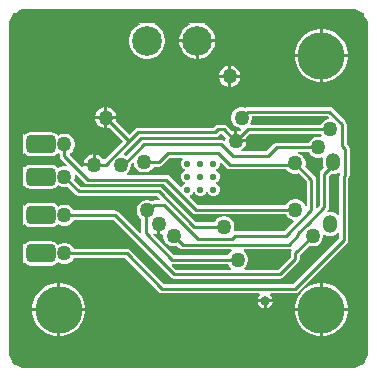
<source format=gbl>
G04*
G04 #@! TF.GenerationSoftware,Altium Limited,Altium Designer,22.6.1 (34)*
G04*
G04 Layer_Physical_Order=2*
G04 Layer_Color=16711680*
%FSLAX44Y44*%
%MOMM*%
G71*
G04*
G04 #@! TF.SameCoordinates,4B676402-AEF7-43F9-94C9-A96E2D6DE339*
G04*
G04*
G04 #@! TF.FilePolarity,Positive*
G04*
G01*
G75*
%ADD12C,0.2540*%
%ADD13C,1.2000*%
%ADD58C,2.5240*%
%ADD59O,1.2240X1.5240*%
%ADD60O,1.2400X1.5240*%
G04:AMPARAMS|DCode=61|XSize=2.524mm|YSize=1.524mm|CornerRadius=0.381mm|HoleSize=0mm|Usage=FLASHONLY|Rotation=0.000|XOffset=0mm|YOffset=0mm|HoleType=Round|Shape=RoundedRectangle|*
%AMROUNDEDRECTD61*
21,1,2.5240,0.7620,0,0,0.0*
21,1,1.7620,1.5240,0,0,0.0*
1,1,0.7620,0.8810,-0.3810*
1,1,0.7620,-0.8810,-0.3810*
1,1,0.7620,-0.8810,0.3810*
1,1,0.7620,0.8810,0.3810*
%
%ADD61ROUNDEDRECTD61*%
%ADD62C,4.0000*%
%ADD63C,1.2700*%
%ADD64C,0.8000*%
%ADD65C,0.5500*%
G36*
X280000D02*
X0D01*
Y76739D01*
X1270Y77124D01*
X1612Y76612D01*
X3713Y75209D01*
X6190Y74716D01*
X23810D01*
X26288Y75209D01*
X28388Y76612D01*
X29218Y77854D01*
X29542Y77886D01*
X31569Y76716D01*
X33830Y76110D01*
X36171D01*
X38432Y76716D01*
X40459Y77886D01*
X42114Y79542D01*
X43023Y81115D01*
X85891D01*
X114753Y52253D01*
X116013Y51411D01*
X117500Y51115D01*
X200070D01*
X200597Y49845D01*
X199767Y49016D01*
X198906Y47524D01*
X198570Y46270D01*
X211430D01*
X211094Y47524D01*
X210233Y49016D01*
X209403Y49845D01*
X209930Y51115D01*
X230000D01*
X231487Y51411D01*
X232747Y52253D01*
X274177Y93683D01*
X275019Y94944D01*
X275315Y96430D01*
Y148459D01*
X276019Y149513D01*
X276315Y151000D01*
Y173734D01*
X276019Y175221D01*
X275177Y176481D01*
X274045Y177614D01*
Y194208D01*
X273749Y195695D01*
X272907Y196955D01*
X262115Y207747D01*
X260855Y208589D01*
X259368Y208885D01*
X190000D01*
X189261Y208737D01*
X188514Y208589D01*
X188514Y208589D01*
X188514Y208589D01*
X188165Y208356D01*
X186170Y208890D01*
X183829D01*
X181569Y208284D01*
X179541Y207114D01*
X177886Y205459D01*
X176716Y203431D01*
X176110Y201171D01*
Y198830D01*
X176716Y196569D01*
X177886Y194541D01*
X179541Y192886D01*
X181569Y191716D01*
X183829Y191110D01*
X183957D01*
X184443Y189937D01*
X183360Y188854D01*
X181270Y189414D01*
Y181820D01*
X188864D01*
X188536Y183042D01*
X191609Y186115D01*
X251978D01*
X252747Y184782D01*
X252367Y184047D01*
X251975Y183674D01*
X251170Y183890D01*
X248830D01*
X246569Y183284D01*
X244541Y182114D01*
X242886Y180459D01*
X241978Y178885D01*
X215000D01*
X213513Y178589D01*
X213513Y178589D01*
X213513Y178589D01*
X212253Y177747D01*
X205891Y171384D01*
X184445D01*
X184104Y172654D01*
X185459Y173436D01*
X187114Y175092D01*
X188284Y177119D01*
X188864Y179280D01*
X180000D01*
Y180550D01*
X178730D01*
Y189414D01*
X176640Y188854D01*
X172747Y192747D01*
X171487Y193589D01*
X170000Y193885D01*
X165000D01*
X163513Y193589D01*
X162253Y192747D01*
X160891Y191385D01*
X97500D01*
X96013Y191089D01*
X94753Y190247D01*
X90000Y185494D01*
X78419Y197074D01*
X78863Y198730D01*
X71270D01*
Y191137D01*
X72926Y191581D01*
X84506Y180000D01*
X69087Y164581D01*
X67500Y164790D01*
X67114Y165459D01*
X65458Y167114D01*
X63431Y168284D01*
X61270Y168864D01*
Y160000D01*
X60000D01*
Y158730D01*
X51137D01*
X51165Y158625D01*
X50026Y157968D01*
X39581Y168413D01*
X39790Y170000D01*
X40459Y170386D01*
X42114Y172041D01*
X43284Y174068D01*
X43890Y176329D01*
Y178670D01*
X43284Y180931D01*
X42114Y182958D01*
X40459Y184613D01*
X38432Y185784D01*
X36171Y186390D01*
X33830D01*
X31569Y185784D01*
X29542Y184613D01*
X29218Y184645D01*
X28388Y185888D01*
X26288Y187291D01*
X23810Y187784D01*
X6190D01*
X3713Y187291D01*
X1612Y185888D01*
X1270Y185376D01*
X0Y185761D01*
Y280000D01*
X98279D01*
X98532Y278730D01*
X97819Y278435D01*
X95336Y276776D01*
X93224Y274664D01*
X91565Y272181D01*
X90423Y269422D01*
X89840Y266493D01*
Y263507D01*
X90423Y260578D01*
X91565Y257819D01*
X93224Y255336D01*
X95336Y253225D01*
X97819Y251566D01*
X100578Y250423D01*
X103507Y249840D01*
X106493D01*
X109422Y250423D01*
X112181Y251566D01*
X114664Y253225D01*
X116776Y255336D01*
X118435Y257819D01*
X119577Y260578D01*
X120160Y263507D01*
Y266493D01*
X119577Y269422D01*
X118435Y272181D01*
X116776Y274664D01*
X114664Y276776D01*
X112181Y278435D01*
X111468Y278730D01*
X111721Y280000D01*
X140779D01*
X141031Y278730D01*
X140319Y278435D01*
X137836Y276776D01*
X135724Y274664D01*
X134065Y272181D01*
X132922Y269422D01*
X132340Y266493D01*
Y266270D01*
X162660D01*
Y266493D01*
X162077Y269422D01*
X160935Y272181D01*
X159275Y274664D01*
X157164Y276776D01*
X154681Y278435D01*
X153968Y278730D01*
X154221Y280000D01*
X280000D01*
Y0D01*
D02*
G37*
G36*
X258797Y200078D02*
X258324Y198755D01*
X256569Y198284D01*
X254541Y197114D01*
X252886Y195459D01*
X251978Y193885D01*
X193185D01*
X192468Y195155D01*
X193284Y196569D01*
X193890Y198830D01*
Y201115D01*
X257759D01*
X258797Y200078D01*
D02*
G37*
G36*
X171464Y183042D02*
X171110Y181721D01*
Y181066D01*
X169840Y180518D01*
X168986Y181089D01*
X167500Y181384D01*
X102500D01*
X101014Y181089D01*
X99753Y180247D01*
X87110Y167604D01*
X85932Y168284D01*
X85460Y168411D01*
X85131Y169638D01*
X92747Y177253D01*
X99109Y183616D01*
X162500D01*
X163987Y183911D01*
X165247Y184753D01*
X166609Y186115D01*
X168391D01*
X171464Y183042D01*
D02*
G37*
G36*
X31116Y169477D02*
Y167500D01*
X31411Y166013D01*
X32253Y164753D01*
X37032Y159974D01*
X36375Y158835D01*
X36171Y158890D01*
X33830D01*
X31569Y158284D01*
X29542Y157114D01*
X29218Y157146D01*
X28388Y158388D01*
X26288Y159792D01*
X23810Y160285D01*
X6190D01*
X3713Y159792D01*
X1612Y158388D01*
X1270Y157876D01*
X0Y158261D01*
Y169238D01*
X1270Y169624D01*
X1612Y169112D01*
X3713Y167708D01*
X6190Y167215D01*
X23810D01*
X26288Y167708D01*
X28388Y169112D01*
X29218Y170354D01*
X29542Y170386D01*
X31116Y169477D01*
D02*
G37*
G36*
X135364Y164846D02*
X134515Y163997D01*
X133710Y162052D01*
Y159948D01*
X134515Y158003D01*
X136003Y156515D01*
X136795Y156187D01*
Y154813D01*
X136003Y154485D01*
X134515Y152997D01*
X133710Y151053D01*
Y148948D01*
X134515Y147004D01*
X136003Y145516D01*
X136796Y145187D01*
Y143813D01*
X136003Y143485D01*
X134515Y141996D01*
X134280Y141429D01*
X133035Y141182D01*
X123970Y150247D01*
X122710Y151089D01*
X121223Y151384D01*
X87897D01*
X87557Y152654D01*
X87959Y152886D01*
X89614Y154542D01*
X90784Y156569D01*
X91390Y158830D01*
Y160896D01*
X92437Y161943D01*
X93610Y161457D01*
Y161330D01*
X94216Y159069D01*
X95386Y157042D01*
X97042Y155386D01*
X99069Y154216D01*
X101330Y153610D01*
X103671D01*
X105932Y154216D01*
X107959Y155386D01*
X109614Y157042D01*
X110523Y158615D01*
X115000D01*
X116487Y158911D01*
X117747Y159753D01*
X124109Y166115D01*
X134838D01*
X135364Y164846D01*
D02*
G37*
G36*
X267032Y153354D02*
X268132Y152805D01*
X268271Y152130D01*
X267841Y151486D01*
X267545Y150000D01*
Y117919D01*
X266343Y117511D01*
X266233Y117653D01*
X264408Y119054D01*
X262282Y119935D01*
X260000Y120235D01*
X257973Y119968D01*
X257489Y120606D01*
X257317Y121108D01*
X257747Y121538D01*
X258589Y122799D01*
X258885Y124285D01*
Y150891D01*
X260520Y152526D01*
X262500Y152265D01*
X264761Y152563D01*
X266744Y153384D01*
X267032Y153354D01*
D02*
G37*
G36*
X31569Y141716D02*
X33830Y141110D01*
X36171D01*
X37926Y141581D01*
X44753Y134754D01*
X46013Y133911D01*
X47500Y133616D01*
X113075D01*
X115463Y131228D01*
X114977Y130055D01*
X111170D01*
X109683Y129759D01*
X109007Y129307D01*
X108333Y129696D01*
X106072Y130302D01*
X103732D01*
X101471Y129696D01*
X99443Y128526D01*
X97788Y126871D01*
X96618Y124843D01*
X96012Y122582D01*
Y120242D01*
X96618Y117981D01*
X97788Y115953D01*
X99443Y114298D01*
X99747Y114123D01*
Y102542D01*
X98597Y101978D01*
X98524Y101970D01*
X80247Y120247D01*
X78987Y121089D01*
X77500Y121384D01*
X43023D01*
X42114Y122958D01*
X40459Y124614D01*
X38432Y125784D01*
X36171Y126390D01*
X33830D01*
X31569Y125784D01*
X29542Y124614D01*
X29218Y124646D01*
X28388Y125888D01*
X26288Y127291D01*
X23810Y127784D01*
X6190D01*
X3713Y127291D01*
X1612Y125888D01*
X1270Y125376D01*
X0Y125761D01*
Y141739D01*
X1270Y142124D01*
X1612Y141612D01*
X3713Y140209D01*
X6190Y139716D01*
X23810D01*
X26288Y140209D01*
X28388Y141612D01*
X29218Y142855D01*
X29542Y142886D01*
X31569Y141716D01*
D02*
G37*
G36*
X172253Y157253D02*
X173513Y156411D01*
X175000Y156116D01*
X222916D01*
X223120Y155761D01*
X224776Y154106D01*
X226803Y152936D01*
X229064Y152330D01*
X231405D01*
X233160Y152800D01*
X240063Y145897D01*
Y125061D01*
X238793Y124894D01*
X238600Y125616D01*
X237430Y127643D01*
X235774Y129298D01*
X233747Y130468D01*
X231486Y131074D01*
X229145D01*
X226884Y130468D01*
X224857Y129298D01*
X223202Y127643D01*
X222293Y126069D01*
X148148D01*
X141182Y133035D01*
X141429Y134280D01*
X141996Y134515D01*
X143485Y136003D01*
X143813Y136796D01*
X145187D01*
X145516Y136003D01*
X147004Y134515D01*
X148948Y133710D01*
X151053D01*
X152997Y134515D01*
X154485Y136003D01*
X154813Y136795D01*
X156187D01*
X156515Y136003D01*
X158003Y134515D01*
X159948Y133710D01*
X162052D01*
X163997Y134515D01*
X165485Y136003D01*
X166290Y137948D01*
Y140052D01*
X165485Y141996D01*
X163997Y143485D01*
X163204Y143813D01*
Y145187D01*
X163997Y145516D01*
X165485Y147004D01*
X166290Y148948D01*
Y151053D01*
X165485Y152997D01*
X163997Y154485D01*
X163205Y154813D01*
Y156187D01*
X163997Y156515D01*
X165485Y158003D01*
X166290Y159948D01*
Y161420D01*
X167560Y161947D01*
X172253Y157253D01*
D02*
G37*
G36*
X242886Y169541D02*
X244541Y167886D01*
X246569Y166716D01*
X248830Y166110D01*
X251170D01*
X252886Y166570D01*
X253925Y165710D01*
X253976Y165604D01*
X253765Y164000D01*
Y161000D01*
X254063Y158739D01*
X254556Y157549D01*
X252253Y155247D01*
X251411Y153987D01*
X251116Y152500D01*
Y125894D01*
X249006Y123785D01*
X247833Y124270D01*
Y147506D01*
X247537Y148993D01*
X246695Y150253D01*
X238654Y158294D01*
X239124Y160050D01*
Y162390D01*
X238518Y164651D01*
X237348Y166679D01*
X235693Y168334D01*
X233666Y169504D01*
X232393Y169845D01*
X232560Y171115D01*
X241978D01*
X242886Y169541D01*
D02*
G37*
G36*
X124753Y64753D02*
X126013Y63911D01*
X127500Y63615D01*
X217500D01*
X218987Y63911D01*
X220247Y64753D01*
X233025Y77531D01*
X233867Y78791D01*
X234163Y80278D01*
Y83669D01*
X242074Y91580D01*
X243829Y91110D01*
X246170D01*
X248431Y91716D01*
X250458Y92886D01*
X252113Y94541D01*
X253284Y96568D01*
X253890Y98829D01*
Y100651D01*
X255095Y101327D01*
X255592Y100945D01*
X257718Y100065D01*
X260000Y99764D01*
X262282Y100065D01*
X264408Y100945D01*
X266233Y102346D01*
X266343Y102489D01*
X267545Y102080D01*
Y98039D01*
X228391Y58885D01*
X119109D01*
X90247Y87747D01*
X88987Y88589D01*
X87500Y88885D01*
X43023D01*
X42114Y90459D01*
X40459Y92114D01*
X38432Y93284D01*
X36171Y93890D01*
X33830D01*
X31569Y93284D01*
X29542Y92114D01*
X29218Y92146D01*
X28388Y93388D01*
X26288Y94792D01*
X23810Y95285D01*
X6190D01*
X3713Y94792D01*
X1612Y93388D01*
X1270Y92876D01*
X0Y93261D01*
Y109239D01*
X1270Y109624D01*
X1612Y109112D01*
X3713Y107708D01*
X6190Y107215D01*
X23810D01*
X26288Y107708D01*
X28388Y109112D01*
X29218Y110354D01*
X29542Y110386D01*
X31569Y109216D01*
X33830Y108610D01*
X36171D01*
X38432Y109216D01*
X40459Y110386D01*
X42114Y112041D01*
X43023Y113615D01*
X75891D01*
X124753Y64753D01*
D02*
G37*
G36*
X52253Y144753D02*
X53514Y143911D01*
X55000Y143615D01*
X119614D01*
X143792Y119437D01*
X145052Y118595D01*
X146538Y118300D01*
X222293D01*
X223202Y116726D01*
X224857Y115070D01*
X226884Y113900D01*
X228640Y113430D01*
X229113Y112106D01*
X220891Y103885D01*
X179550D01*
X178850Y104526D01*
X178546Y105044D01*
X178890Y106329D01*
Y108670D01*
X178284Y110931D01*
X177114Y112958D01*
X175459Y114614D01*
X173432Y115784D01*
X171171Y116390D01*
X168830D01*
X166569Y115784D01*
X164542Y114614D01*
X162886Y112958D01*
X161978Y111385D01*
X146293D01*
X117431Y140247D01*
X116170Y141089D01*
X114684Y141385D01*
X49109D01*
X43420Y147074D01*
X43890Y148830D01*
Y151171D01*
X43836Y151375D01*
X44974Y152032D01*
X52253Y144753D01*
D02*
G37*
G36*
X116270Y101137D02*
X117391Y101437D01*
X117507Y101412D01*
X118610Y100449D01*
Y98829D01*
X119216Y96568D01*
X120386Y94541D01*
X122041Y92886D01*
X124068Y91716D01*
X126329Y91110D01*
X128670D01*
X130426Y91580D01*
X132253Y89753D01*
X132493Y89513D01*
X133754Y88671D01*
X135240Y88375D01*
X176219D01*
X176559Y87105D01*
X176151Y86870D01*
X174496Y85215D01*
X173587Y83641D01*
X127593D01*
X110187Y101047D01*
X110967Y102063D01*
X111569Y101716D01*
X113730Y101137D01*
Y110000D01*
X116270D01*
Y101137D01*
D02*
G37*
G36*
X227531Y88025D02*
X226689Y86764D01*
X226393Y85278D01*
Y81887D01*
X215891Y71385D01*
X187430D01*
X187082Y72596D01*
X187081Y72655D01*
X188724Y74297D01*
X189894Y76325D01*
X190500Y78586D01*
Y80926D01*
X189894Y83187D01*
X188724Y85215D01*
X187069Y86870D01*
X186661Y87105D01*
X187001Y88375D01*
X224760D01*
X226246Y88671D01*
X226653Y88943D01*
X227531Y88025D01*
D02*
G37*
G36*
X174496Y74297D02*
X176139Y72655D01*
X176138Y72596D01*
X175790Y71385D01*
X129109D01*
X125846Y74648D01*
X125854Y74721D01*
X126418Y75871D01*
X173587D01*
X174496Y74297D01*
D02*
G37*
%LPC*%
G36*
X254720Y275040D02*
X253770D01*
Y253770D01*
X275040D01*
Y254720D01*
X274174Y259075D01*
X272475Y263177D01*
X270008Y266868D01*
X266868Y270008D01*
X263177Y272475D01*
X259075Y274174D01*
X254720Y275040D01*
D02*
G37*
G36*
X251230D02*
X250280D01*
X245925Y274174D01*
X241823Y272475D01*
X238132Y270008D01*
X234992Y266868D01*
X232525Y263177D01*
X230826Y259075D01*
X229960Y254720D01*
Y253770D01*
X251230D01*
Y275040D01*
D02*
G37*
G36*
X162660Y263730D02*
X148770D01*
Y249840D01*
X148993D01*
X151922Y250423D01*
X154681Y251566D01*
X157164Y253225D01*
X159275Y255336D01*
X160935Y257819D01*
X162077Y260578D01*
X162660Y263507D01*
Y263730D01*
D02*
G37*
G36*
X146230D02*
X132340D01*
Y263507D01*
X132922Y260578D01*
X134065Y257819D01*
X135724Y255336D01*
X137836Y253225D01*
X140319Y251566D01*
X143078Y250423D01*
X146007Y249840D01*
X146230D01*
Y263730D01*
D02*
G37*
G36*
X176270Y243863D02*
Y236270D01*
X183863D01*
X183284Y238431D01*
X182114Y240458D01*
X180459Y242114D01*
X178431Y243284D01*
X176270Y243863D01*
D02*
G37*
G36*
X173730D02*
X171569Y243284D01*
X169541Y242114D01*
X167886Y240458D01*
X166716Y238431D01*
X166137Y236270D01*
X173730D01*
Y243863D01*
D02*
G37*
G36*
X275040Y251230D02*
X253770D01*
Y229960D01*
X254720D01*
X259075Y230826D01*
X263177Y232525D01*
X266868Y234992D01*
X270008Y238132D01*
X272475Y241823D01*
X274174Y245925D01*
X275040Y250280D01*
Y251230D01*
D02*
G37*
G36*
X251230D02*
X229960D01*
Y250280D01*
X230826Y245925D01*
X232525Y241823D01*
X234992Y238132D01*
X238132Y234992D01*
X241823Y232525D01*
X245925Y230826D01*
X250280Y229960D01*
X251230D01*
Y251230D01*
D02*
G37*
G36*
X183863Y233730D02*
X176270D01*
Y226136D01*
X178431Y226716D01*
X180459Y227886D01*
X182114Y229541D01*
X183284Y231568D01*
X183863Y233730D01*
D02*
G37*
G36*
X173730D02*
X166137D01*
X166716Y231568D01*
X167886Y229541D01*
X169541Y227886D01*
X171569Y226716D01*
X173730Y226136D01*
Y233730D01*
D02*
G37*
G36*
X71270Y208863D02*
Y201270D01*
X78863D01*
X78284Y203431D01*
X77114Y205459D01*
X75458Y207114D01*
X73431Y208284D01*
X71270Y208863D01*
D02*
G37*
G36*
X68730D02*
X66568Y208284D01*
X64541Y207114D01*
X62886Y205459D01*
X61716Y203431D01*
X61137Y201270D01*
X68730D01*
Y208863D01*
D02*
G37*
G36*
Y198730D02*
X61137D01*
X61716Y196569D01*
X62886Y194541D01*
X64541Y192886D01*
X66568Y191716D01*
X68730Y191137D01*
Y198730D01*
D02*
G37*
G36*
X58730Y168864D02*
X56568Y168284D01*
X54541Y167114D01*
X52886Y165459D01*
X51716Y163432D01*
X51137Y161270D01*
X58730D01*
Y168864D01*
D02*
G37*
G36*
X254720Y60040D02*
X253770D01*
Y38770D01*
X275040D01*
Y39720D01*
X274174Y44075D01*
X272475Y48177D01*
X270008Y51869D01*
X266868Y55008D01*
X263177Y57475D01*
X259074Y59174D01*
X254720Y60040D01*
D02*
G37*
G36*
X251230D02*
X250280D01*
X245925Y59174D01*
X241823Y57475D01*
X238132Y55008D01*
X234992Y51869D01*
X232525Y48177D01*
X230826Y44075D01*
X229960Y39720D01*
Y38770D01*
X251230D01*
Y60040D01*
D02*
G37*
G36*
X32220D02*
X31270D01*
Y38770D01*
X52540D01*
Y39720D01*
X51674Y44075D01*
X49975Y48177D01*
X47508Y51869D01*
X44368Y55008D01*
X40677Y57475D01*
X36575Y59174D01*
X32220Y60040D01*
D02*
G37*
G36*
X28730D02*
X27780D01*
X23425Y59174D01*
X19323Y57475D01*
X15632Y55008D01*
X12492Y51869D01*
X10025Y48177D01*
X8326Y44075D01*
X7460Y39720D01*
Y38770D01*
X28730D01*
Y60040D01*
D02*
G37*
G36*
X211430Y43730D02*
X206270D01*
Y38570D01*
X207524Y38906D01*
X209016Y39767D01*
X210233Y40984D01*
X211094Y42476D01*
X211430Y43730D01*
D02*
G37*
G36*
X203730D02*
X198570D01*
X198906Y42476D01*
X199767Y40984D01*
X200984Y39767D01*
X202476Y38906D01*
X203730Y38570D01*
Y43730D01*
D02*
G37*
G36*
X275040Y36230D02*
X253770D01*
Y14960D01*
X254720D01*
X259074Y15826D01*
X263177Y17525D01*
X266868Y19992D01*
X270008Y23132D01*
X272475Y26823D01*
X274174Y30925D01*
X275040Y35280D01*
Y36230D01*
D02*
G37*
G36*
X251230D02*
X229960D01*
Y35280D01*
X230826Y30925D01*
X232525Y26823D01*
X234992Y23132D01*
X238132Y19992D01*
X241823Y17525D01*
X245925Y15826D01*
X250280Y14960D01*
X251230D01*
Y36230D01*
D02*
G37*
G36*
X52540D02*
X31270D01*
Y14960D01*
X32220D01*
X36575Y15826D01*
X40677Y17525D01*
X44368Y19992D01*
X47508Y23132D01*
X49975Y26823D01*
X51674Y30925D01*
X52540Y35280D01*
Y36230D01*
D02*
G37*
G36*
X28730D02*
X7460D01*
Y35280D01*
X8326Y30925D01*
X10025Y26823D01*
X12492Y23132D01*
X15632Y19992D01*
X19323Y17525D01*
X23425Y15826D01*
X27780Y14960D01*
X28730D01*
Y36230D01*
D02*
G37*
%LPD*%
D12*
X110000Y125000D02*
X111170Y126170D01*
X230234Y161220D02*
X243948Y147506D01*
X55000Y147500D02*
X121223D01*
X35000Y150000D02*
X47500Y137500D01*
X111170Y126170D02*
X118830D01*
X47500Y137500D02*
X114684D01*
X144684Y107500D01*
X225623Y122184D02*
X227500Y124062D01*
X144684Y107500D02*
X170000D01*
X227500Y124062D02*
Y125000D01*
X121223Y147500D02*
X146538Y122184D01*
X225623D01*
X103632Y120142D02*
X104902Y121412D01*
X103632Y102108D02*
Y120142D01*
X224760Y92260D02*
X232896Y100396D01*
X118830Y126170D02*
X147660Y97340D01*
X176566D01*
X179226Y100000D01*
X135240Y92260D02*
X224760D01*
X135000Y92500D02*
X135240Y92260D01*
X179226Y100000D02*
X222500D01*
X227500Y125000D02*
X233908Y118592D01*
X243948Y121448D02*
Y147506D01*
X222500Y100000D02*
X243948Y121448D01*
X240875Y110160D02*
X255000Y124285D01*
X230278Y85278D02*
X245000Y100000D01*
X232896Y102264D02*
X240791Y110160D01*
X240875D01*
X255000Y124285D02*
Y152500D01*
X232896Y100396D02*
Y102264D01*
X270160Y176005D02*
X272430Y173734D01*
Y151000D02*
Y173734D01*
X271430Y150000D02*
X272430Y151000D01*
X125984Y79756D02*
X181610D01*
X175000Y160000D02*
X229014D01*
X230234Y161220D01*
X103632Y102108D02*
X125984Y79756D01*
X102500Y177500D02*
X167500D01*
X177500Y167500D01*
X207500D01*
X215000Y175000D02*
X250000D01*
X207500Y167500D02*
X215000Y175000D01*
X85000Y160000D02*
X102500Y177500D01*
X82500Y160000D02*
X85000D01*
X122500Y170000D02*
X165000D01*
X175000Y160000D01*
X115000Y162500D02*
X122500Y170000D01*
X102500Y162500D02*
X115000D01*
X255000Y152500D02*
X265000Y162500D01*
X262500D02*
X265000D01*
X127500Y100000D02*
X135000Y92500D01*
X179450Y180550D02*
X180000D01*
X170000Y190000D02*
X179450Y180550D01*
X180000Y180000D02*
X190000Y190000D01*
X260000D01*
X165000D02*
X170000D01*
X162500Y187500D02*
X165000Y190000D01*
X97500Y187500D02*
X162500D01*
X90000Y180000D02*
X97500Y187500D01*
X70000Y160000D02*
X90000Y180000D01*
X60000Y160000D02*
X70000D01*
Y200000D02*
X90000Y180000D01*
X185000Y200000D02*
X190000Y205000D01*
X271430Y96430D02*
Y150000D01*
X230000Y55000D02*
X271430Y96430D01*
X270160Y176005D02*
Y194208D01*
X190000Y205000D02*
X259368D01*
X270160Y194208D01*
X117500Y55000D02*
X230000D01*
X87500Y85000D02*
X117500Y55000D01*
X35000Y85000D02*
X87500D01*
X217500Y67500D02*
X230278Y80278D01*
Y85278D01*
X127500Y67500D02*
X217500D01*
X35000Y117500D02*
X77500D01*
X127500Y67500D01*
X35000Y167500D02*
Y177500D01*
Y167500D02*
X55000Y147500D01*
D13*
X286000Y280000D02*
G03*
X280000Y286000I-6000J0D01*
G01*
X286000Y280000D02*
G03*
X280000Y286000I-6000J0D01*
G01*
Y-6000D02*
G03*
X286000Y0I0J6000D01*
G01*
X280000Y-6000D02*
G03*
X286000Y0I0J6000D01*
G01*
X0Y286000D02*
G03*
X-6000Y280000I0J-6000D01*
G01*
X0Y286000D02*
G03*
X-6000Y280000I0J-6000D01*
G01*
Y0D02*
G03*
X0Y-6000I6000J0D01*
G01*
X-6000Y0D02*
G03*
X0Y-6000I6000J0D01*
G01*
X286000Y0D02*
Y280000D01*
X0Y286000D02*
X280000D01*
X0Y-6000D02*
X280000D01*
X-6000Y0D02*
Y280000D01*
D58*
X105000Y265000D02*
D03*
X147500D02*
D03*
D59*
X262500Y162500D02*
D03*
D60*
X260000Y110000D02*
D03*
D61*
X15000Y85000D02*
D03*
Y117500D02*
D03*
Y150000D02*
D03*
Y177500D02*
D03*
D62*
X252500Y252500D02*
D03*
X30000Y37500D02*
D03*
X252500D02*
D03*
D63*
X104902Y121412D02*
D03*
X230316Y122184D02*
D03*
X170000Y107500D02*
D03*
X245000Y100000D02*
D03*
X181610Y79756D02*
D03*
X230234Y161220D02*
D03*
X115000Y110000D02*
D03*
X250000Y175000D02*
D03*
X82500Y160000D02*
D03*
X102500Y162500D02*
D03*
X127500Y100000D02*
D03*
X180000Y180550D02*
D03*
X175000Y235000D02*
D03*
X260000Y190000D02*
D03*
X60000Y160000D02*
D03*
X70000Y200000D02*
D03*
X185000D02*
D03*
X35000Y85000D02*
D03*
Y117500D02*
D03*
Y150000D02*
D03*
Y177500D02*
D03*
D64*
X205000Y45000D02*
D03*
D65*
X161000Y161000D02*
D03*
Y150000D02*
D03*
Y139000D02*
D03*
X150000Y161000D02*
D03*
Y150000D02*
D03*
Y139000D02*
D03*
X139000Y161000D02*
D03*
Y150000D02*
D03*
Y139000D02*
D03*
M02*

</source>
